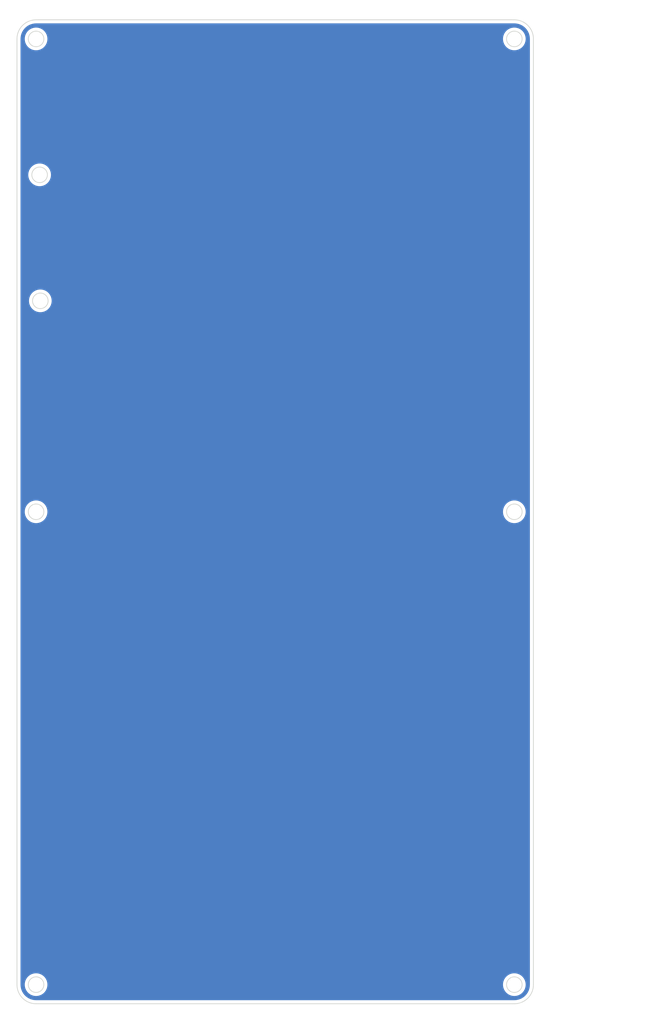
<source format=kicad_pcb>
(kicad_pcb
	(version 20241229)
	(generator "pcbnew")
	(generator_version "9.0")
	(general
		(thickness 0.8)
		(legacy_teardrops no)
	)
	(paper "A4")
	(layers
		(0 "F.Cu" signal)
		(2 "B.Cu" signal)
		(9 "F.Adhes" user "F.Adhesive")
		(11 "B.Adhes" user "B.Adhesive")
		(13 "F.Paste" user)
		(15 "B.Paste" user)
		(5 "F.SilkS" user "F.Silkscreen")
		(7 "B.SilkS" user "B.Silkscreen")
		(1 "F.Mask" user)
		(3 "B.Mask" user)
		(17 "Dwgs.User" user "User.Drawings")
		(19 "Cmts.User" user "User.Comments")
		(21 "Eco1.User" user "User.Eco1")
		(23 "Eco2.User" user "User.Eco2")
		(25 "Edge.Cuts" user)
		(27 "Margin" user)
		(31 "F.CrtYd" user "F.Courtyard")
		(29 "B.CrtYd" user "B.Courtyard")
		(35 "F.Fab" user)
		(33 "B.Fab" user)
		(39 "User.1" user)
		(41 "User.2" user)
		(43 "User.3" user)
		(45 "User.4" user)
	)
	(setup
		(stackup
			(layer "F.SilkS"
				(type "Top Silk Screen")
				(color "Black")
			)
			(layer "F.Paste"
				(type "Top Solder Paste")
			)
			(layer "F.Mask"
				(type "Top Solder Mask")
				(color "White")
				(thickness 0.01)
			)
			(layer "F.Cu"
				(type "copper")
				(thickness 0.035)
			)
			(layer "dielectric 1"
				(type "core")
				(color "Aluminum")
				(thickness 0.71)
				(material "Al")
				(epsilon_r 8.7)
				(loss_tangent 0.001)
			)
			(layer "B.Cu"
				(type "copper")
				(thickness 0.035)
			)
			(layer "B.Mask"
				(type "Bottom Solder Mask")
				(color "White")
				(thickness 0.01)
			)
			(layer "B.Paste"
				(type "Bottom Solder Paste")
			)
			(layer "B.SilkS"
				(type "Bottom Silk Screen")
				(color "Black")
			)
			(copper_finish "None")
			(dielectric_constraints no)
		)
		(pad_to_mask_clearance 0)
		(allow_soldermask_bridges_in_footprints no)
		(tenting front back)
		(pcbplotparams
			(layerselection 0x00000000_00000000_55555555_5755f5ff)
			(plot_on_all_layers_selection 0x00000000_00000000_00000000_00000000)
			(disableapertmacros no)
			(usegerberextensions no)
			(usegerberattributes yes)
			(usegerberadvancedattributes yes)
			(creategerberjobfile yes)
			(dashed_line_dash_ratio 12.000000)
			(dashed_line_gap_ratio 3.000000)
			(svgprecision 4)
			(plotframeref no)
			(mode 1)
			(useauxorigin no)
			(hpglpennumber 1)
			(hpglpenspeed 20)
			(hpglpendiameter 15.000000)
			(pdf_front_fp_property_popups yes)
			(pdf_back_fp_property_popups yes)
			(pdf_metadata yes)
			(pdf_single_document no)
			(dxfpolygonmode yes)
			(dxfimperialunits yes)
			(dxfusepcbnewfont yes)
			(psnegative no)
			(psa4output no)
			(plot_black_and_white yes)
			(sketchpadsonfab no)
			(plotpadnumbers no)
			(hidednponfab no)
			(sketchdnponfab yes)
			(crossoutdnponfab yes)
			(subtractmaskfromsilk no)
			(outputformat 1)
			(mirror no)
			(drillshape 1)
			(scaleselection 1)
			(outputdirectory "")
		)
	)
	(net 0 "")
	(gr_line
		(start 42.7 40)
		(end 110.3 40)
		(stroke
			(width 0.1)
			(type default)
		)
		(layer "Edge.Cuts")
		(uuid "2ca30329-6ee3-46e0-ae24-9b589614cc18")
	)
	(gr_arc
		(start 113 176.3)
		(mid 112.209188 178.209188)
		(end 110.3 179)
		(stroke
			(width 0.1)
			(type default)
		)
		(layer "Edge.Cuts")
		(uuid "2d2c9731-6c14-4743-8cd2-d5a8851fdae2")
	)
	(gr_line
		(start 110.3 179)
		(end 42.7 179)
		(stroke
			(width 0.1)
			(type default)
		)
		(layer "Edge.Cuts")
		(uuid "3f0e155c-eaca-42da-9644-156a2de12848")
	)
	(gr_arc
		(start 110.3 40)
		(mid 112.209188 40.790812)
		(end 113 42.7)
		(stroke
			(width 0.1)
			(type default)
		)
		(layer "Edge.Cuts")
		(uuid "407417e9-9350-4b1c-98fb-5d4c309e9b05")
	)
	(gr_arc
		(start 40 42.7)
		(mid 40.790812 40.790812)
		(end 42.7 40)
		(stroke
			(width 0.1)
			(type default)
		)
		(layer "Edge.Cuts")
		(uuid "5892acb0-988d-454c-80f2-060208908839")
	)
	(gr_circle
		(center 42.7 42.7)
		(end 42.7 43.8)
		(stroke
			(width 0.1)
			(type default)
		)
		(fill no)
		(layer "Edge.Cuts")
		(uuid "6dc77cc7-fd80-46a2-ba8f-196a2bc49e0a")
	)
	(gr_circle
		(center 42.7 109.5)
		(end 42.7 110.6)
		(stroke
			(width 0.1)
			(type default)
		)
		(fill no)
		(layer "Edge.Cuts")
		(uuid "778b0894-a964-438d-8753-f3723b07c9a6")
	)
	(gr_circle
		(center 110.3 109.5)
		(end 110.3 110.6)
		(stroke
			(width 0.1)
			(type default)
		)
		(fill no)
		(layer "Edge.Cuts")
		(uuid "7e5b478e-cdd7-41f6-bf2b-2b54116fc558")
	)
	(gr_line
		(start 40 176.3)
		(end 40 42.7)
		(stroke
			(width 0.1)
			(type default)
		)
		(layer "Edge.Cuts")
		(uuid "a0cb175b-d4bd-4ea6-9565-ff338ddfa292")
	)
	(gr_circle
		(center 43.3 79.7)
		(end 43.3 80.8)
		(stroke
			(width 0.1)
			(type default)
		)
		(fill no)
		(layer "Edge.Cuts")
		(uuid "a5476b2d-6040-4eb8-82bb-e162da2a8946")
	)
	(gr_circle
		(center 42.7 176.3)
		(end 42.7 177.4)
		(stroke
			(width 0.1)
			(type default)
		)
		(fill no)
		(layer "Edge.Cuts")
		(uuid "a726812c-2388-4f2b-814a-2e1df4e26848")
	)
	(gr_arc
		(start 42.7 179)
		(mid 40.790812 178.209188)
		(end 40 176.3)
		(stroke
			(width 0.1)
			(type default)
		)
		(layer "Edge.Cuts")
		(uuid "ab97f3c0-9fb8-4b45-9971-543f8e0ea377")
	)
	(gr_line
		(start 113 42.7)
		(end 113 176.3)
		(stroke
			(width 0.1)
			(type default)
		)
		(layer "Edge.Cuts")
		(uuid "bce20e7c-9da3-454a-8d42-97ac34abce8e")
	)
	(gr_circle
		(center 110.3 42.7)
		(end 110.3 43.8)
		(stroke
			(width 0.1)
			(type default)
		)
		(fill no)
		(layer "Edge.Cuts")
		(uuid "e4226c84-43e3-4377-a016-9586f0d92eac")
	)
	(gr_circle
		(center 43.2 61.9)
		(end 43.2 63)
		(stroke
			(width 0.1)
			(type default)
		)
		(fill no)
		(layer "Edge.Cuts")
		(uuid "e5ee4410-489b-45d8-96a1-dc09c4f26434")
	)
	(gr_circle
		(center 110.3 176.3)
		(end 110.3 177.4)
		(stroke
			(width 0.1)
			(type default)
		)
		(fill no)
		(layer "Edge.Cuts")
		(uuid "f39f2a59-d81d-4ede-a9b2-33e73981e39a")
	)
	(gr_text "PCB3D_BR_BACKPANEL"
		(at 113 179 0)
		(layer "Cmts.User")
		(uuid "2c579055-2680-41f2-91d5-a175e1f04bdc")
		(effects
			(font
				(size 1 1)
				(thickness 0.15)
			)
			(justify left bottom)
		)
	)
	(gr_text "PCB3D_TL_BACKPANEL"
		(at 40 40 0)
		(layer "Cmts.User")
		(uuid "b5f68685-3672-4f69-bee7-cafa0707083a")
		(effects
			(font
				(size 1 1)
				(thickness 0.15)
			)
			(justify left bottom)
		)
	)
	(zone
		(net 0)
		(net_name "")
		(layer "B.Cu")
		(uuid "4342275b-cab6-451d-ab4c-606cca4bf816")
		(hatch edge 0.5)
		(connect_pads
			(clearance 0.5)
		)
		(min_thickness 0.25)
		(filled_areas_thickness no)
		(fill yes
			(thermal_gap 0.5)
			(thermal_bridge_width 0.5)
			(island_removal_mode 1)
			(island_area_min 10)
		)
		(polygon
			(pts
				(xy 37.6 37.2) (xy 114.4 37.2) (xy 114.5 181.8) (xy 37.6 181.9)
			)
		)
		(filled_polygon
			(layer "B.Cu")
			(island)
			(pts
				(xy 110.303736 40.500726) (xy 110.557638 40.516084) (xy 110.572495 40.517888) (xy 110.819 40.563061)
				(xy 110.833536 40.566644) (xy 111.072791 40.6412) (xy 111.086788 40.646508) (xy 111.315319 40.749361)
				(xy 111.328578 40.75632) (xy 111.435808 40.821143) (xy 111.543045 40.88597) (xy 111.555356 40.894468)
				(xy 111.63197 40.954491) (xy 111.752636 41.049027) (xy 111.763844 41.058957) (xy 111.941042 41.236155)
				(xy 111.950972 41.247363) (xy 112.105527 41.444637) (xy 112.114033 41.45696) (xy 112.243679 41.671421)
				(xy 112.250638 41.68468) (xy 112.353491 41.913211) (xy 112.3588 41.927211) (xy 112.433354 42.166461)
				(xy 112.436938 42.181001) (xy 112.48211 42.4275) (xy 112.483915 42.442364) (xy 112.499274 42.696263)
				(xy 112.4995 42.70375) (xy 112.4995 176.296249) (xy 112.499274 176.303736) (xy 112.483915 176.557635)
				(xy 112.48211 176.572499) (xy 112.436938 176.818998) (xy 112.433354 176.833538) (xy 112.3588 177.072788)
				(xy 112.353491 177.086788) (xy 112.250638 177.315319) (xy 112.243679 177.328578) (xy 112.114033 177.543039)
				(xy 112.105527 177.555362) (xy 111.950972 177.752636) (xy 111.941042 177.763844) (xy 111.763844 177.941042)
				(xy 111.752636 177.950972) (xy 111.555362 178.105527) (xy 111.543039 178.114033) (xy 111.328578 178.243679)
				(xy 111.315319 178.250638) (xy 111.086788 178.353491) (xy 111.072788 178.3588) (xy 110.833538 178.433354)
				(xy 110.818998 178.436938) (xy 110.572499 178.48211) (xy 110.557635 178.483915) (xy 110.303736 178.499274)
				(xy 110.296249 178.4995) (xy 42.703751 178.4995) (xy 42.696264 178.499274) (xy 42.442364 178.483915)
				(xy 42.4275 178.48211) (xy 42.181001 178.436938) (xy 42.166461 178.433354) (xy 41.927211 178.3588)
				(xy 41.913211 178.353491) (xy 41.68468 178.250638) (xy 41.671421 178.243679) (xy 41.45696 178.114033)
				(xy 41.444637 178.105527) (xy 41.247363 177.950972) (xy 41.236155 177.941042) (xy 41.058957 177.763844)
				(xy 41.049027 177.752636) (xy 40.894472 177.555362) (xy 40.88597 177.543045) (xy 40.764826 177.342649)
				(xy 40.75632 177.328578) (xy 40.749361 177.315319) (xy 40.646508 177.086788) (xy 40.641199 177.072788)
				(xy 40.566645 176.833538) (xy 40.563061 176.818998) (xy 40.555111 176.775615) (xy 40.517888 176.572495)
				(xy 40.516084 176.557635) (xy 40.500726 176.303736) (xy 40.5005 176.296249) (xy 40.5005 176.174038)
				(xy 41.0995 176.174038) (xy 41.0995 176.425961) (xy 41.13891 176.674785) (xy 41.21676 176.914383)
				(xy 41.331132 177.138848) (xy 41.479201 177.342649) (xy 41.479205 177.342654) (xy 41.657345 177.520794)
				(xy 41.65735 177.520798) (xy 41.704924 177.555362) (xy 41.861155 177.66887) (xy 42.004184 177.741747)
				(xy 42.085616 177.783239) (xy 42.085618 177.783239) (xy 42.085621 177.783241) (xy 42.325215 177.86109)
				(xy 42.574038 177.9005) (xy 42.574039 177.9005) (xy 42.825961 177.9005) (xy 42.825962 177.9005)
				(xy 43.074785 177.86109) (xy 43.314379 177.783241) (xy 43.538845 177.66887) (xy 43.742656 177.520793)
				(xy 43.920793 177.342656) (xy 44.06887 177.138845) (xy 44.183241 176.914379) (xy 44.26109 176.674785)
				(xy 44.3005 176.425962) (xy 44.3005 176.174038) (xy 108.6995 176.174038) (xy 108.6995 176.425961)
				(xy 108.73891 176.674785) (xy 108.81676 176.914383) (xy 108.931132 177.138848) (xy 109.079201 177.342649)
				(xy 109.079205 177.342654) (xy 109.257345 177.520794) (xy 109.25735 177.520798) (xy 109.304924 177.555362)
				(xy 109.461155 177.66887) (xy 109.604184 177.741747) (xy 109.685616 177.783239) (xy 109.685618 177.783239)
				(xy 109.685621 177.783241) (xy 109.925215 177.86109) (xy 110.174038 177.9005) (xy 110.174039 177.9005)
				(xy 110.425961 177.9005) (xy 110.425962 177.9005) (xy 110.674785 177.86109) (xy 110.914379 177.783241)
				(xy 111.138845 177.66887) (xy 111.342656 177.520793) (xy 111.520793 177.342656) (xy 111.66887 177.138845)
				(xy 111.783241 176.914379) (xy 111.86109 176.674785) (xy 111.9005 176.425962) (xy 111.9005 176.174038)
				(xy 111.86109 175.925215) (xy 111.783241 175.685621) (xy 111.783239 175.685618) (xy 111.783239 175.685616)
				(xy 111.741747 175.604184) (xy 111.66887 175.461155) (xy 111.649952 175.435117) (xy 111.520798 175.25735)
				(xy 111.520794 175.257345) (xy 111.342654 175.079205) (xy 111.342649 175.079201) (xy 111.138848 174.931132)
				(xy 111.138847 174.931131) (xy 111.138845 174.93113) (xy 111.068747 174.895413) (xy 110.914383 174.81676)
				(xy 110.674785 174.73891) (xy 110.425962 174.6995) (xy 110.174038 174.6995) (xy 110.049626 174.719205)
				(xy 109.925214 174.73891) (xy 109.685616 174.81676) (xy 109.461151 174.931132) (xy 109.25735 175.079201)
				(xy 109.257345 175.079205) (xy 109.079205 175.257345) (xy 109.079201 175.25735) (xy 108.931132 175.461151)
				(xy 108.81676 175.685616) (xy 108.73891 175.925214) (xy 108.6995 176.174038) (xy 44.3005 176.174038)
				(xy 44.26109 175.925215) (xy 44.183241 175.685621) (xy 44.183239 175.685618) (xy 44.183239 175.685616)
				(xy 44.141747 175.604184) (xy 44.06887 175.461155) (xy 44.049952 175.435117) (xy 43.920798 175.25735)
				(xy 43.920794 175.257345) (xy 43.742654 175.079205) (xy 43.742649 175.079201) (xy 43.538848 174.931132)
				(xy 43.538847 174.931131) (xy 43.538845 174.93113) (xy 43.468747 174.895413) (xy 43.314383 174.81676)
				(xy 43.074785 174.73891) (xy 42.825962 174.6995) (xy 42.574038 174.6995) (xy 42.449626 174.719205)
				(xy 42.325214 174.73891) (xy 42.085616 174.81676) (xy 41.861151 174.931132) (xy 41.65735 175.079201)
				(xy 41.657345 175.079205) (xy 41.479205 175.257345) (xy 41.479201 175.25735) (xy 41.331132 175.461151)
				(xy 41.21676 175.685616) (xy 41.13891 175.925214) (xy 41.0995 176.174038) (xy 40.5005 176.174038)
				(xy 40.5005 109.374038) (xy 41.0995 109.374038) (xy 41.0995 109.625961) (xy 41.13891 109.874785)
				(xy 41.21676 110.114383) (xy 41.331132 110.338848) (xy 41.479201 110.542649) (xy 41.479205 110.542654)
				(xy 41.657345 110.720794) (xy 41.65735 110.720798) (xy 41.835117 110.849952) (xy 41.861155 110.86887)
				(xy 42.004184 110.941747) (xy 42.085616 110.983239) (xy 42.085618 110.983239) (xy 42.085621 110.983241)
				(xy 42.325215 111.06109) (xy 42.574038 111.1005) (xy 42.574039 111.1005) (xy 42.825961 111.1005)
				(xy 42.825962 111.1005) (xy 43.074785 111.06109) (xy 43.314379 110.983241) (xy 43.538845 110.86887)
				(xy 43.742656 110.720793) (xy 43.920793 110.542656) (xy 44.06887 110.338845) (xy 44.183241 110.114379)
				(xy 44.26109 109.874785) (xy 44.3005 109.625962) (xy 44.3005 109.374038) (xy 108.6995 109.374038)
				(xy 108.6995 109.625961) (xy 108.73891 109.874785) (xy 108.81676 110.114383) (xy 108.931132 110.338848)
				(xy 109.079201 110.542649) (xy 109.079205 110.542654) (xy 109.257345 110.720794) (xy 109.25735 110.720798)
				(xy 109.435117 110.849952) (xy 109.461155 110.86887) (xy 109.604184 110.941747) (xy 109.685616 110.983239)
				(xy 109.685618 110.983239) (xy 109.685621 110.983241) (xy 109.925215 111.06109) (xy 110.174038 111.1005)
				(xy 110.174039 111.1005) (xy 110.425961 111.1005) (xy 110.425962 111.1005) (xy 110.674785 111.06109)
				(xy 110.914379 110.983241) (xy 111.138845 110.86887) (xy 111.342656 110.720793) (xy 111.520793 110.542656)
				(xy 111.66887 110.338845) (xy 111.783241 110.114379) (xy 111.86109 109.874785) (xy 111.9005 109.625962)
				(xy 111.9005 109.374038) (xy 111.86109 109.125215) (xy 111.783241 108.885621) (xy 111.783239 108.885618)
				(xy 111.783239 108.885616) (xy 111.741747 108.804184) (xy 111.66887 108.661155) (xy 111.649952 108.635117)
				(xy 111.520798 108.45735) (xy 111.520794 108.457345) (xy 111.342654 108.279205) (xy 111.342649 108.279201)
				(xy 111.138848 108.131132) (xy 111.138847 108.131131) (xy 111.138845 108.13113) (xy 111.068747 108.095413)
				(xy 110.914383 108.01676) (xy 110.674785 107.93891) (xy 110.425962 107.8995) (xy 110.174038 107.8995)
				(xy 110.049626 107.919205) (xy 109.925214 107.93891) (xy 109.685616 108.01676) (xy 109.461151 108.131132)
				(xy 109.25735 108.279201) (xy 109.257345 108.279205) (xy 109.079205 108.457345) (xy 109.079201 108.45735)
				(xy 108.931132 108.661151) (xy 108.81676 108.885616) (xy 108.73891 109.125214) (xy 108.6995 109.374038)
				(xy 44.3005 109.374038) (xy 44.26109 109.125215) (xy 44.183241 108.885621) (xy 44.183239 108.885618)
				(xy 44.183239 108.885616) (xy 44.141747 108.804184) (xy 44.06887 108.661155) (xy 44.049952 108.635117)
				(xy 43.920798 108.45735) (xy 43.920794 108.457345) (xy 43.742654 108.279205) (xy 43.742649 108.279201)
				(xy 43.538848 108.131132) (xy 43.538847 108.131131) (xy 43.538845 108.13113) (xy 43.468747 108.095413)
				(xy 43.314383 108.01676) (xy 43.074785 107.93891) (xy 42.825962 107.8995) (xy 42.574038 107.8995)
				(xy 42.449626 107.919205) (xy 42.325214 107.93891) (xy 42.085616 108.01676) (xy 41.861151 108.131132)
				(xy 41.65735 108.279201) (xy 41.657345 108.279205) (xy 41.479205 108.457345) (xy 41.479201 108.45735)
				(xy 41.331132 108.661151) (xy 41.21676 108.885616) (xy 41.13891 109.125214) (xy 41.0995 109.374038)
				(xy 40.5005 109.374038) (xy 40.5005 79.574038) (xy 41.6995 79.574038) (xy 41.6995 79.825961) (xy 41.73891 80.074785)
				(xy 41.81676 80.314383) (xy 41.931132 80.538848) (xy 42.079201 80.742649) (xy 42.079205 80.742654)
				(xy 42.257345 80.920794) (xy 42.25735 80.920798) (xy 42.435117 81.049952) (xy 42.461155 81.06887)
				(xy 42.604184 81.141747) (xy 42.685616 81.183239) (xy 42.685618 81.183239) (xy 42.685621 81.183241)
				(xy 42.925215 81.26109) (xy 43.174038 81.3005) (xy 43.174039 81.3005) (xy 43.425961 81.3005) (xy 43.425962 81.3005)
				(xy 43.674785 81.26109) (xy 43.914379 81.183241) (xy 44.138845 81.06887) (xy 44.342656 80.920793)
				(xy 44.520793 80.742656) (xy 44.66887 80.538845) (xy 44.783241 80.314379) (xy 44.86109 80.074785)
				(xy 44.9005 79.825962) (xy 44.9005 79.574038) (xy 44.86109 79.325215) (xy 44.783241 79.085621) (xy 44.783239 79.085618)
				(xy 44.783239 79.085616) (xy 44.741747 79.004184) (xy 44.66887 78.861155) (xy 44.649952 78.835117)
				(xy 44.520798 78.65735) (xy 44.520794 78.657345) (xy 44.342654 78.479205) (xy 44.342649 78.479201)
				(xy 44.138848 78.331132) (xy 44.138847 78.331131) (xy 44.138845 78.33113) (xy 44.068747 78.295413)
				(xy 43.914383 78.21676) (xy 43.674785 78.13891) (xy 43.425962 78.0995) (xy 43.174038 78.0995) (xy 43.049626 78.119205)
				(xy 42.925214 78.13891) (xy 42.685616 78.21676) (xy 42.461151 78.331132) (xy 42.25735 78.479201)
				(xy 42.257345 78.479205) (xy 42.079205 78.657345) (xy 42.079201 78.65735) (xy 41.931132 78.861151)
				(xy 41.81676 79.085616) (xy 41.73891 79.325214) (xy 41.6995 79.574038) (xy 40.5005 79.574038) (xy 40.5005 61.774038)
				(xy 41.5995 61.774038) (xy 41.5995 62.025961) (xy 41.63891 62.274785) (xy 41.71676 62.514383) (xy 41.831132 62.738848)
				(xy 41.979201 62.942649) (xy 41.979205 62.942654) (xy 42.157345 63.120794) (xy 42.15735 63.120798)
				(xy 42.335117 63.249952) (xy 42.361155 63.26887) (xy 42.504184 63.341747) (xy 42.585616 63.383239)
				(xy 42.585618 63.383239) (xy 42.585621 63.383241) (xy 42.825215 63.46109) (xy 43.074038 63.5005)
				(xy 43.074039 63.5005) (xy 43.325961 63.5005) (xy 43.325962 63.5005) (xy 43.574785 63.46109) (xy 43.814379 63.383241)
				(xy 44.038845 63.26887) (xy 44.242656 63.120793) (xy 44.420793 62.942656) (xy 44.56887 62.738845)
				(xy 44.683241 62.514379) (xy 44.76109 62.274785) (xy 44.8005 62.025962) (xy 44.8005 61.774038) (xy 44.76109 61.525215)
				(xy 44.683241 61.285621) (xy 44.683239 61.285618) (xy 44.683239 61.285616) (xy 44.641747 61.204184)
				(xy 44.56887 61.061155) (xy 44.549952 61.035117) (xy 44.420798 60.85735) (xy 44.420794 60.857345)
				(xy 44.242654 60.679205) (xy 44.242649 60.679201) (xy 44.038848 60.531132) (xy 44.038847 60.531131)
				(xy 44.038845 60.53113) (xy 43.968747 60.495413) (xy 43.814383 60.41676) (xy 43.574785 60.33891)
				(xy 43.325962 60.2995) (xy 43.074038 60.2995) (xy 42.949626 60.319205) (xy 42.825214 60.33891) (xy 42.585616 60.41676)
				(xy 42.361151 60.531132) (xy 42.15735 60.679201) (xy 42.157345 60.679205) (xy 41.979205 60.857345)
				(xy 41.979201 60.85735) (xy 41.831132 61.061151) (xy 41.71676 61.285616) (xy 41.63891 61.525214)
				(xy 41.5995 61.774038) (xy 40.5005 61.774038) (xy 40.5005 42.70375) (xy 40.500726 42.696263) (xy 40.508119 42.574038)
				(xy 41.0995 42.574038) (xy 41.0995 42.825961) (xy 41.13891 43.074785) (xy 41.21676 43.314383) (xy 41.331132 43.538848)
				(xy 41.479201 43.742649) (xy 41.479205 43.742654) (xy 41.657345 43.920794) (xy 41.65735 43.920798)
				(xy 41.835117 44.049952) (xy 41.861155 44.06887) (xy 42.004184 44.141747) (xy 42.085616 44.183239)
				(xy 42.085618 44.183239) (xy 42.085621 44.183241) (xy 42.325215 44.26109) (xy 42.574038 44.3005)
				(xy 42.574039 44.3005) (xy 42.825961 44.3005) (xy 42.825962 44.3005) (xy 43.074785 44.26109) (xy 43.314379 44.183241)
				(xy 43.538845 44.06887) (xy 43.742656 43.920793) (xy 43.920793 43.742656) (xy 44.06887 43.538845)
				(xy 44.183241 43.314379) (xy 44.26109 43.074785) (xy 44.3005 42.825962) (xy 44.3005 42.574038) (xy 108.6995 42.574038)
				(xy 108.6995 42.825961) (xy 108.73891 43.074785) (xy 108.81676 43.314383) (xy 108.931132 43.538848)
				(xy 109.079201 43.742649) (xy 109.079205 43.742654) (xy 109.257345 43.920794) (xy 109.25735 43.920798)
				(xy 109.435117 44.049952) (xy 109.461155 44.06887) (xy 109.604184 44.141747) (xy 109.685616 44.183239)
				(xy 109.685618 44.183239) (xy 109.685621 44.183241) (xy 109.925215 44.26109) (xy 110.174038 44.3005)
				(xy 110.174039 44.3005) (xy 110.425961 44.3005) (xy 110.425962 44.3005) (xy 110.674785 44.26109)
				(xy 110.914379 44.183241) (xy 111.138845 44.06887) (xy 111.342656 43.920793) (xy 111.520793 43.742656)
				(xy 111.66887 43.538845) (xy 111.783241 43.314379) (xy 111.86109 43.074785) (xy 111.9005 42.825962)
				(xy 111.9005 42.574038) (xy 111.86109 42.325215) (xy 111.783241 42.085621) (xy 111.783239 42.085618)
				(xy 111.783239 42.085616) (xy 111.702527 41.927211) (xy 111.66887 41.861155) (xy 111.531021 41.671421)
				(xy 111.520798 41.65735) (xy 111.520794 41.657345) (xy 111.342654 41.479205) (xy 111.342649 41.479201)
				(xy 111.138848 41.331132) (xy 111.138847 41.331131) (xy 111.138845 41.33113) (xy 111.068747 41.295413)
				(xy 110.914383 41.21676) (xy 110.674785 41.13891) (xy 110.425962 41.0995) (xy 110.174038 41.0995)
				(xy 110.049626 41.119205) (xy 109.925214 41.13891) (xy 109.685616 41.21676) (xy 109.461151 41.331132)
				(xy 109.25735 41.479201) (xy 109.257345 41.479205) (xy 109.079205 41.657345) (xy 109.079201 41.65735)
				(xy 108.931132 41.861151) (xy 108.81676 42.085616) (xy 108.73891 42.325214) (xy 108.6995 42.574038)
				(xy 44.3005 42.574038) (xy 44.26109 42.325215) (xy 44.183241 42.085621) (xy 44.183239 42.085618)
				(xy 44.183239 42.085616) (xy 44.102527 41.927211) (xy 44.06887 41.861155) (xy 43.931021 41.671421)
				(xy 43.920798 41.65735) (xy 43.920794 41.657345) (xy 43.742654 41.479205) (xy 43.742649 41.479201)
				(xy 43.538848 41.331132) (xy 43.538847 41.331131) (xy 43.538845 41.33113) (xy 43.468747 41.295413)
				(xy 43.314383 41.21676) (xy 43.074785 41.13891) (xy 42.825962 41.0995) (xy 42.574038 41.0995) (xy 42.449626 41.119205)
				(xy 42.325214 41.13891) (xy 42.085616 41.21676) (xy 41.861151 41.331132) (xy 41.65735 41.479201)
				(xy 41.657345 41.479205) (xy 41.479205 41.657345) (xy 41.479201 41.65735) (xy 41.331132 41.861151)
				(xy 41.21676 42.085616) (xy 41.13891 42.325214) (xy 41.0995 42.574038) (xy 40.508119 42.574038)
				(xy 40.508867 42.561679) (xy 40.516084 42.442364) (xy 40.517889 42.4275) (xy 40.534832 42.335048)
				(xy 40.563062 42.180995) (xy 40.566645 42.166461) (xy 40.641202 41.927202) (xy 40.646504 41.913219)
				(xy 40.749361 41.684679) (xy 40.75632 41.671421) (xy 40.76483 41.657344) (xy 40.885975 41.456946)
				(xy 40.894462 41.44465) (xy 41.049034 41.247354) (xy 41.058949 41.236163) (xy 41.236163 41.058949)
				(xy 41.247354 41.049034) (xy 41.44465 40.894462) (xy 41.456946 40.885975) (xy 41.671421 40.756319)
				(xy 41.68468 40.749361) (xy 41.913219 40.646504) (xy 41.927202 40.641202) (xy 42.166467 40.566643)
				(xy 42.180995 40.563062) (xy 42.427506 40.517888) (xy 42.442359 40.516084) (xy 42.696264 40.500726)
				(xy 42.703751 40.5005) (xy 42.765892 40.5005) (xy 110.234108 40.5005) (xy 110.296249 40.5005)
			)
		)
	)
	(embedded_fonts no)
)

</source>
